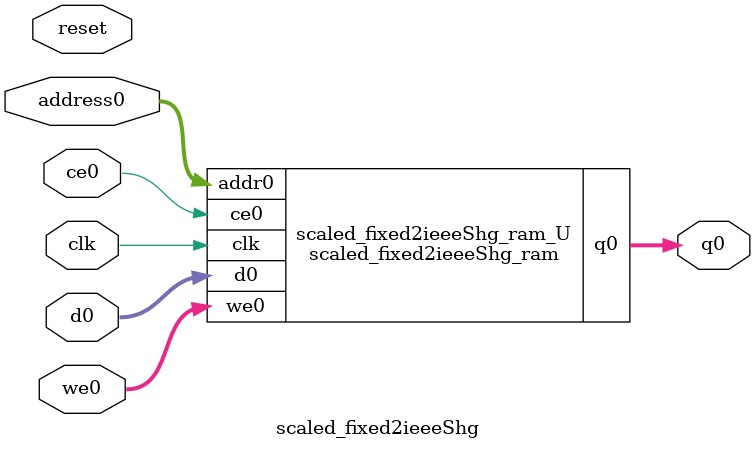
<source format=v>
`timescale 1 ns / 1 ps
module scaled_fixed2ieeeShg_ram (addr0, ce0, d0, we0, q0,  clk);

parameter DWIDTH = 32;
parameter AWIDTH = 2;
parameter MEM_SIZE = 4;
parameter COL_WIDTH = 8;
parameter NUM_COL = (DWIDTH/COL_WIDTH);

input[AWIDTH-1:0] addr0;
input ce0;
input[DWIDTH-1:0] d0;
input [NUM_COL-1:0] we0;
output reg[DWIDTH-1:0] q0;
input clk;

(* ram_style = "block" *)reg [DWIDTH-1:0] ram[0:MEM_SIZE-1];



genvar i;

generate
    for (i=0;i<NUM_COL;i=i+1) begin
        always @(posedge clk) begin
            if (ce0) begin
                if (we0[i]) begin
                    ram[addr0][i*COL_WIDTH +: COL_WIDTH] <= d0[i*COL_WIDTH +: COL_WIDTH]; 
                end
                q0[i*COL_WIDTH +: COL_WIDTH] <= ram[addr0][i*COL_WIDTH +: COL_WIDTH];
            end
        end
    end
endgenerate


endmodule

`timescale 1 ns / 1 ps
module scaled_fixed2ieeeShg(
    reset,
    clk,
    address0,
    ce0,
    we0,
    d0,
    q0);

parameter DataWidth = 32'd32;
parameter AddressRange = 32'd4;
parameter AddressWidth = 32'd2;
input reset;
input clk;
input[AddressWidth - 1:0] address0;
input ce0;
input[DataWidth/8 - 1:0] we0;
input[DataWidth - 1:0] d0;
output[DataWidth - 1:0] q0;



scaled_fixed2ieeeShg_ram scaled_fixed2ieeeShg_ram_U(
    .clk( clk ),
    .addr0( address0 ),
    .ce0( ce0 ),
    .we0( we0 ),
    .d0( d0 ),
    .q0( q0 ));

endmodule


</source>
